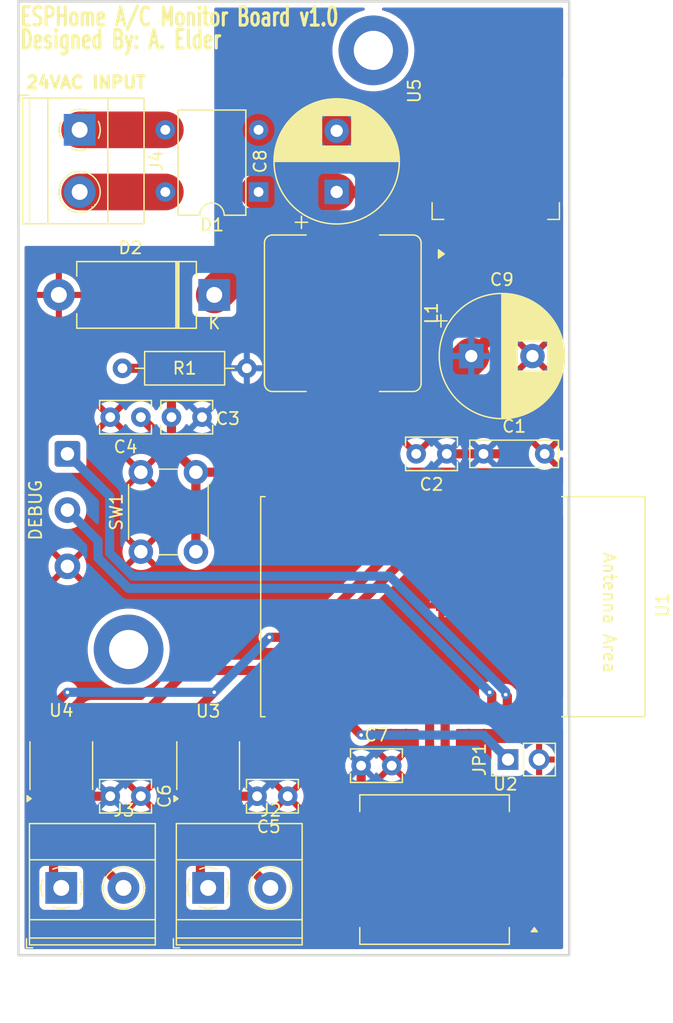
<source format=kicad_pcb>
(kicad_pcb (version 20240108) (generator "pcbnew") (generator_version "8.0")
  (layers (0 "F.Cu" signal) (31 "B.Cu" signal) (34 "B.Paste" user) (35 "F.Paste" user) (36 "B.SilkS" user "B.Silkscreen") (37 "F.SilkS" user "F.Silkscreen") (38 "B.Mask" user) (39 "F.Mask" user) (44 "Edge.Cuts" user))
  (net 0 "")
  (net 1 "+3.3V")
  (net 2 "GND")
  (net 3 "Net-(U1-EN{slash}CHIP_PU)")
  (net 4 "Net-(D1-+)")
  (net 5 "Net-(J4-Pin_1)")
  (net 6 "Net-(J4-Pin_2)")
  (net 7 "Net-(D2-K)")
  (net 8 "Net-(J1-Pin_2)")
  (net 9 "Net-(J1-Pin_1)")
  (net 10 "Net-(J2-Pin_1)")
  (net 11 "Net-(J2-Pin_2)")
  (net 12 "Net-(J3-Pin_2)")
  (net 13 "Net-(J3-Pin_1)")
  (net 14 "Net-(JP1-A)")
  (net 15 "/SDA")
  (net 24 "/SCLK")
  (net 25 "/CS2")
  (net 26 "/MISO")
  (net 27 "/SCL")
  (net 32 "/CS1")
  (footprint "TerminalBlock_Phoenix:TerminalBlock_Phoenix_MKDS-1,5-2-5.08_1x02_P5.08mm_Horizontal" (layer "F.Cu") (at 37 32.5 -90)
    (property "Reference" "J4" (at 2.54 -6.26 90) (layer "F.SilkS"))
    (property "Value" "24VAC_SUPPLY")
    (pad "1" thru_hole rect (at 0 0 270) (size 2.6 2.6) (drill 1.3) (layers "*.Cu" "*.Mask") (net 5 "Net-(J4-Pin_1)"))
    (pad "2" thru_hole circle (at 5.08 0 270) (size 2.6 2.6) (drill 1.3) (layers "*.Cu" "*.Mask") (net 6 "Net-(J4-Pin_2)"))
  )
  (footprint "Diode_THT:D_DO-201_P12.70mm_Horizontal" (layer "F.Cu") (at 48 46 180)
    (property "Reference" "D2" (at 6.85 3.855 360) (layer "F.SilkS"))
    (property "Value" "MBR360")
    (fp_text user "K" (at 0 -2.3 360) (layer "F.SilkS"))
    (pad "1" thru_hole rect (at 0 0 180) (size 2.6 2.6) (drill 1.3) (layers "*.Cu" "*.Mask") (net 7 "Net-(D2-K)"))
    (pad "2" thru_hole oval (at 12.7 0 180) (size 2.6 2.6) (drill 1.3) (layers "*.Cu" "*.Mask") (net 2 "GND"))
  )
  (footprint "Package_SO:SOIC-8_3.9x4.9mm_P1.27mm" (layer "F.Cu") (at 47.5 84.5 90)
    (property "Reference" "U3" (at 4.445 0 180) (layer "F.SilkS"))
    (property "Value" "MAX31855KASA" (hide yes))
    (pad "1" smd roundrect (at -2.475 -1.905 90) (size 1.95 0.6) (layers "F.Cu" "F.Paste" "F.Mask") (net 2 "GND"))
    (pad "2" smd roundrect (at -2.475 -0.635 90) (size 1.95 0.6) (layers "F.Cu" "F.Paste" "F.Mask") (net 10 "Net-(J2-Pin_1)"))
    (pad "3" smd roundrect (at -2.475 0.635 90) (size 1.95 0.6) (layers "F.Cu" "F.Paste" "F.Mask") (net 11 "Net-(J2-Pin_2)"))
    (pad "4" smd roundrect (at -2.475 1.905 90) (size 1.95 0.6) (layers "F.Cu" "F.Paste" "F.Mask") (net 1 "+3.3V"))
    (pad "5" smd roundrect (at 2.475 1.905 90) (size 1.95 0.6) (layers "F.Cu" "F.Paste" "F.Mask") (net 24 "/SCLK"))
    (pad "6" smd roundrect (at 2.475 0.635 90) (size 1.95 0.6) (layers "F.Cu" "F.Paste" "F.Mask") (net 25 "/CS2"))
    (pad "7" smd roundrect (at 2.475 -0.635 90) (size 1.95 0.6) (layers "F.Cu" "F.Paste" "F.Mask") (net 26 "/MISO"))
    (pad "8" smd roundrect (at 2.475 -1.905 90) (size 1.95 0.6) (layers "F.Cu" "F.Paste" "F.Mask"))
  )
  (footprint "Package_TO_SOT_SMD:TO-263-5_TabPin3" (layer "F.Cu") (at 71 35 90)
    (property "Reference" "U5" (at 5.685 -6.65 90) (layer "F.SilkS"))
    (property "Value" "LM2576S-3.3")
    (pad "1" smd roundrect (at -7.65 -3.4 90) (size 4.6 1.1) (layers "F.Cu" "F.Paste" "F.Mask") (roundrect_rratio 0.227273) (net 4 "Net-(D1-+)"))
    (pad "2" smd roundrect (at -7.65 -1.7 90) (size 4.6 1.1) (layers "F.Cu" "F.Paste" "F.Mask") (roundrect_rratio 0.227273) (net 7 "Net-(D2-K)"))
    (pad "3" smd roundrect (at -7.65 0 90) (size 4.6 1.1) (layers "F.Cu" "F.Paste" "F.Mask") (roundrect_rratio 0.227273) (net 2 "GND"))
    (pad "3" smd roundrect (at -0.925 -2.775 90) (size 4.55 5.25) (layers "F.Cu" "F.Paste") (roundrect_rratio 0.054945) (net 2 "GND"))
    (pad "3" smd roundrect (at -0.925 2.775 90) (size 4.55 5.25) (layers "F.Cu" "F.Paste") (roundrect_rratio 0.054945) (net 2 "GND"))
    (pad "3" smd roundrect (at 1.5 0 90) (size 9.4 10.8) (layers "F.Cu" "F.Mask") (roundrect_rratio 0.026596) (net 2 "GND"))
    (pad "3" smd roundrect (at 3.925 -2.775 90) (size 4.55 5.25) (layers "F.Cu" "F.Paste") (roundrect_rratio 0.054945) (net 2 "GND"))
    (pad "3" smd roundrect (at 3.925 2.775 90) (size 4.55 5.25) (layers "F.Cu" "F.Paste") (roundrect_rratio 0.054945) (net 2 "GND"))
    (pad "4" smd roundrect (at -7.65 1.7 90) (size 4.6 1.1) (layers "F.Cu" "F.Paste" "F.Mask") (roundrect_rratio 0.227273) (net 1 "+3.3V"))
    (pad "5" smd roundrect (at -7.65 3.4 90) (size 4.6 1.1) (layers "F.Cu" "F.Paste" "F.Mask") (roundrect_rratio 0.227273) (net 2 "GND"))
  )
  (footprint "Capacitor_THT:CP_Radial_D10.0mm_P5.00mm" (layer "F.Cu") (at 69 51)
    (property "Reference" "C9" (at 2.5 -6.25 360) (layer "F.SilkS"))
    (property "Value" "500uF")
    (pad "1" thru_hole rect (at 0 0) (size 2 2) (drill 1) (layers "*.Cu" "*.Mask") (net 1 "+3.3V"))
    (pad "2" thru_hole circle (at 5 0) (size 2 2) (drill 1) (layers "*.Cu" "*.Mask") (net 2 "GND"))
  )
  (footprint "TerminalBlock_Phoenix:TerminalBlock_Phoenix_MKDS-1,5-2-5.08_1x02_P5.08mm_Horizontal" (layer "F.Cu") (at 47.5 94.5)
    (property "Reference" "J2" (at 5.125 -6.35 0) (layer "F.SilkS"))
    (property "Value" "T/C_1")
    (pad "1" thru_hole rect (at 0 0) (size 2.6 2.6) (drill 1.3) (layers "*.Cu" "*.Mask") (net 10 "Net-(J2-Pin_1)"))
    (pad "2" thru_hole circle (at 5.08 0) (size 2.6 2.6) (drill 1.3) (layers "*.Cu" "*.Mask") (net 11 "Net-(J2-Pin_2)"))
  )
  (footprint "Capacitor_THT:C_Rect_L4.0mm_W2.5mm_P2.50mm" (layer "F.Cu") (at 39.5 56)
    (property "Reference" "C4" (at 1.25 2.43 0) (layer "F.SilkS"))
    (property "Value" "0.1uF")
    (pad "1" thru_hole circle (at 0 0) (size 1.6 1.6) (drill 0.8) (layers "*.Cu" "*.Mask") (net 2 "GND"))
    (pad "2" thru_hole circle (at 2.5 0) (size 1.6 1.6) (drill 0.8) (layers "*.Cu" "*.Mask") (net 3 "Net-(U1-EN{slash}CHIP_PU)"))
  )
  (footprint "Capacitor_THT:C_Rect_L4.0mm_W2.5mm_P2.50mm" (layer "F.Cu") (at 67 59 180)
    (property "Reference" "C2" (at 1.25 -2.5 360) (layer "F.SilkS"))
    (property "Value" "0.1uF")
    (pad "1" thru_hole circle (at 0 0 180) (size 1.6 1.6) (drill 0.8) (layers "*.Cu" "*.Mask") (net 1 "+3.3V"))
    (pad "2" thru_hole circle (at 2.5 0 180) (size 1.6 1.6) (drill 0.8) (layers "*.Cu" "*.Mask") (net 2 "GND"))
  )
  (footprint "Package_SO:SOIC-8_3.9x4.9mm_P1.27mm" (layer "F.Cu") (at 35.5 84.5 90)
    (property "Reference" "U4" (at 4.51 0 180) (layer "F.SilkS"))
    (property "Value" "MAX31855KASA" (hide yes))
    (pad "1" smd roundrect (at -2.475 -1.905 90) (size 1.95 0.6) (layers "F.Cu" "F.Paste" "F.Mask") (net 2 "GND"))
    (pad "2" smd roundrect (at -2.475 -0.635 90) (size 1.95 0.6) (layers "F.Cu" "F.Paste" "F.Mask") (net 13 "Net-(J3-Pin_1)"))
    (pad "3" smd roundrect (at -2.475 0.635 90) (size 1.95 0.6) (layers "F.Cu" "F.Paste" "F.Mask") (net 12 "Net-(J3-Pin_2)"))
    (pad "4" smd roundrect (at -2.475 1.905 90) (size 1.95 0.6) (layers "F.Cu" "F.Paste" "F.Mask") (net 1 "+3.3V"))
    (pad "5" smd roundrect (at 2.475 1.905 90) (size 1.95 0.6) (layers "F.Cu" "F.Paste" "F.Mask") (net 24 "/SCLK"))
    (pad "6" smd roundrect (at 2.475 0.635 90) (size 1.95 0.6) (layers "F.Cu" "F.Paste" "F.Mask") (net 32 "/CS1"))
    (pad "7" smd roundrect (at 2.475 -0.635 90) (size 1.95 0.6) (layers "F.Cu" "F.Paste" "F.Mask") (net 26 "/MISO"))
    (pad "8" smd roundrect (at 2.475 -1.905 90) (size 1.95 0.6) (layers "F.Cu" "F.Paste" "F.Mask"))
  )
  (footprint "Button_Switch_THT:SW_PUSH_6mm" (layer "F.Cu") (at 42 67 90)
    (property "Reference" "SW1" (at 3.25 -2 90) (layer "F.SilkS"))
    (property "Value" "RESET")
    (pad "1" thru_hole circle (at 0 0 180) (size 2 2) (drill 1.1) (layers "*.Cu" "*.Mask") (net 2 "GND"))
    (pad "1" thru_hole circle (at 6.5 0 180) (size 2 2) (drill 1.1) (layers "*.Cu" "*.Mask") (net 2 "GND"))
    (pad "2" thru_hole circle (at 0 4.5 180) (size 2 2) (drill 1.1) (layers "*.Cu" "*.Mask") (net 3 "Net-(U1-EN{slash}CHIP_PU)"))
    (pad "2" thru_hole circle (at 6.5 4.5 180) (size 2 2) (drill 1.1) (layers "*.Cu" "*.Mask") (net 3 "Net-(U1-EN{slash}CHIP_PU)"))
  )
  (footprint "Capacitor_THT:C_Rect_L7.0mm_W2.0mm_P5.00mm" (layer "F.Cu") (at 70 59)
    (property "Reference" "C1" (at 2.5 -2.25 360) (layer "F.SilkS"))
    (property "Value" "22uF")
    (pad "1" thru_hole circle (at 0 0) (size 1.6 1.6) (drill 0.8) (layers "*.Cu" "*.Mask") (net 1 "+3.3V"))
    (pad "2" thru_hole circle (at 5 0) (size 1.6 1.6) (drill 0.8) (layers "*.Cu" "*.Mask") (net 2 "GND"))
  )
  (footprint "MountingHole:MountingHole_3.2mm_M3_ISO7380_Pad" (layer "F.Cu") (at 61 26)
    (property "Reference" "REF**" (hide yes))
    (property "Value" "MountingHole_3.2mm_M3_ISO7380_Pad" (hide yes))
    (pad "1" thru_hole circle (at 0 0) (size 5.7 5.7) (drill 3.2) (layers "*.Cu" "*.Mask"))
  )
  (footprint "Inductor_SMD:L_Bourns_SRR1260" (layer "F.Cu") (at 58.5 47.5 -90)
    (property "Reference" "L1" (at 0 -7.25 90) (layer "F.SilkS"))
    (property "Value" "330uH")
    (pad "1" smd rect (at -4.85 0 270) (size 2.9 5.4) (layers "F.Cu" "F.Paste" "F.Mask") (net 7 "Net-(D2-K)"))
    (pad "2" smd rect (at 4.85 0 270) (size 2.9 5.4) (layers "F.Cu" "F.Paste" "F.Mask") (net 1 "+3.3V"))
  )
  (footprint "Connector_PinHeader_2.54mm:PinHeader_1x02_P2.54mm_Vertical" (layer "F.Cu") (at 72 84 90)
    (property "Reference" "JP1" (at 0 -2.33 90) (layer "F.SilkS"))
    (property "Value" "BOOT_SEL")
    (pad "1" thru_hole rect (at 0 0 90) (size 1.7 1.7) (drill 1) (layers "*.Cu" "*.Mask") (net 14 "Net-(JP1-A)"))
    (pad "2" thru_hole oval (at 0 2.54 90) (size 1.7 1.7) (drill 1) (layers "*.Cu" "*.Mask") (net 2 "GND"))
  )
  (footprint "Capacitor_THT:CP_Radial_D10.0mm_P5.00mm" (layer "F.Cu") (at 58 37.58 90)
    (property "Reference" "C8" (at 2.5 -6.25 90) (layer "F.SilkS"))
    (property "Value" "300uF")
    (pad "1" thru_hole rect (at 0 0 90) (size 2 2) (drill 1) (layers "*.Cu" "*.Mask") (net 4 "Net-(D1-+)"))
    (pad "2" thru_hole circle (at 5 0 90) (size 2 2) (drill 1) (layers "*.Cu" "*.Mask") (net 2 "GND"))
  )
  (footprint "Diode_THT:Diode_Bridge_DIP-4_W7.62mm_P5.08mm" (layer "F.Cu") (at 51.62 37.58 180)
    (property "Reference" "D1" (at 3.8 -2.7 360) (layer "F.SilkS"))
    (property "Value" "DF01M")
    (pad "1" thru_hole rect (at 0 0 180) (size 1.6 1.6) (drill 0.8) (layers "*.Cu" "*.Mask") (net 4 "Net-(D1-+)"))
    (pad "2" thru_hole oval (at 0 5.08 180) (size 1.6 1.6) (drill 0.8) (layers "*.Cu" "*.Mask") (net 2 "GND"))
    (pad "3" thru_hole oval (at 7.62 5.08 180) (size 1.6 1.6) (drill 0.8) (layers "*.Cu" "*.Mask") (net 5 "Net-(J4-Pin_1)"))
    (pad "4" thru_hole oval (at 7.62 0 180) (size 1.6 1.6) (drill 0.8) (layers "*.Cu" "*.Mask") (net 6 "Net-(J4-Pin_2)"))
  )
  (footprint "TerminalBlock_Phoenix:TerminalBlock_Phoenix_MKDS-1,5-2-5.08_1x02_P5.08mm_Horizontal" (layer "F.Cu") (at 35.5 94.5)
    (property "Reference" "J3" (at 5.125 -6.35 0) (layer "F.SilkS"))
    (property "Value" "T/C_2")
    (pad "1" thru_hole rect (at 0 0) (size 2.6 2.6) (drill 1.3) (layers "*.Cu" "*.Mask") (net 13 "Net-(J3-Pin_1)"))
    (pad "2" thru_hole circle (at 5.08 0) (size 2.6 2.6) (drill 1.3) (layers "*.Cu" "*.Mask") (net 12 "Net-(J3-Pin_2)"))
  )
  (footprint "Capacitor_THT:C_Rect_L4.0mm_W2.5mm_P2.50mm" (layer "F.Cu") (at 51.5 87)
    (property "Reference" "C5" (at 0.945 2.5 360) (layer "F.SilkS"))
    (property "Value" "1uF")
    (pad "1" thru_hole circle (at 0 0) (size 1.6 1.6) (drill 0.8) (layers "*.Cu" "*.Mask") (net 1 "+3.3V"))
    (pad "2" thru_hole circle (at 2.5 0) (size 1.6 1.6) (drill 0.8) (layers "*.Cu" "*.Mask") (net 2 "GND"))
  )
  (footprint "Sensor_Pressure:CFSensor_XGZP6899x" (layer "F.Cu") (at 66 93 180)
    (property "Reference" "U2" (at -5.79 6.985 360) (layer "F.SilkS"))
    (property "Value" "XGZP6899D" (hide yes))
    (pad "1" smd roundrect (at -8.2 -3.81 180) (size 2.4 1.35) (layers "F.Cu" "F.Paste" "F.Mask") (roundrect_rratio 0.185185))
    (pad "2" smd roundrect (at -8.2 -1.27 180) (size 2.4 1.35) (layers "F.Cu" "F.Paste" "F.Mask") (roundrect_rratio 0.185185) (net 2 "GND"))
    (pad "3" smd roundrect (at -8.2 1.27 180) (size 2.4 1.35) (layers "F.Cu" "F.Paste" "F.Mask") (roundrect_rratio 0.185185) (net 27 "/SCL"))
    (pad "4" smd roundrect (at -8.2 3.81 180) (size 2.4 1.35) (layers "F.Cu" "F.Paste" "F.Mask") (roundrect_rratio 0.185185) (net 15 "/SDA"))
    (pad "5" smd roundrect (at 8.2 3.81 180) (size 2.4 1.35) (layers "F.Cu" "F.Paste" "F.Mask") (roundrect_rratio 0.185185))
    (pad "6" smd roundrect (at 8.2 1.27 180) (size 2.4 1.35) (layers "F.Cu" "F.Paste" "F.Mask") (roundrect_rratio 0.185185) (net 1 "+3.3V"))
    (pad "7" smd roundrect (at 8.2 -1.27 180) (size 2.4 1.35) (layers "F.Cu" "F.Paste" "F.Mask") (roundrect_rratio 0.185185))
    (pad "8" smd roundrect (at 8.2 -3.81 180) (size 2.4 1.35) (layers "F.Cu" "F.Paste" "F.Mask") (roundrect_rratio 0.185185))
  )
  (footprint "MountingHole:MountingHole_3.2mm_M3_ISO7380_Pad" (layer "F.Cu") (at 41 75)
    (property "Reference" "REF**" (hide yes))
    (property "Value" "MountingHole_3.2mm_M3_ISO7380_Pad" (hide yes))
    (pad "1" thru_hole circle (at 0 0) (size 5.7 5.7) (drill 3.2) (layers "*.Cu" "*.Mask"))
  )
  (footprint "Capacitor_THT:C_Rect_L4.0mm_W2.5mm_P2.50mm" (layer "F.Cu") (at 60 84.5)
    (property "Reference" "C7" (at 1.25 -2.5 360) (layer "F.SilkS"))
    (property "Value" "1uF")
    (pad "1" thru_hole circle (at 0 0) (size 1.6 1.6) (drill 0.8) (layers "*.Cu" "*.Mask") (net 1 "+3.3V"))
    (pad "2" thru_hole circle (at 2.5 0) (size 1.6 1.6) (drill 0.8) (layers "*.Cu" "*.Mask") (net 2 "GND"))
  )
  (footprint "Capacitor_THT:C_Rect_L4.0mm_W2.5mm_P2.50mm" (layer "F.Cu") (at 44.5 56)
    (property "Reference" "C3" (at 4.62 0.12 360) (layer "F.SilkS"))
    (property "Value" "1uF")
    (pad "1" thru_hole circle (at 0 0) (size 1.6 1.6) (drill 0.8) (layers "*.Cu" "*.Mask") (net 3 "Net-(U1-EN{slash}CHIP_PU)"))
    (pad "2" thru_hole circle (at 2.5 0) (size 1.6 1.6) (drill 0.8) (layers "*.Cu" "*.Mask") (net 1 "+3.3V"))
  )
  (footprint "Connector_Wire:SolderWire-0.5sqmm_1x03_P4.6mm_D0.9mm_OD2.1mm" (layer "F.Cu") (at 36 59 -90)
    (property "Reference" "J1" (hide yes))
    (property "Value" "DEBUG" (at 4.6 2.605 90) (layer "F.SilkS"))
    (pad "1" thru_hole roundrect (at 0 0 270) (size 2.1 2.1) (drill 1.1) (layers "*.Cu" "*.Mask") (roundrect_rratio 0.119048) (net 9 "Net-(J1-Pin_1)"))
    (pad "2" thru_hole circle (at 4.6 0 270) (size 2.1 2.1) (drill 1.1) (layers "*.Cu" "*.Mask") (net 8 "Net-(J1-Pin_2)"))
    (pad "3" thru_hole circle (at 9.2 0 270) (size 2.1 2.1) (drill 1.1) (layers "*.Cu" "*.Mask") (net 2 "GND"))
  )
  (footprint "PCM_Espressif:ESP32-WROVER-E" (layer "F.Cu") (at 67.5 71.5 -90)
    (property "Reference" "U1" (at -0.14 -17.145 90) (layer "F.SilkS"))
    (property "Value" "ESP32-WROVER-E")
    (fp_text user "Antenna Area" (at 0.5 -12.795 -90) (layer "F.SilkS"))
    (pad "1" smd rect (at -8.75 -8.255 270) (size 1.5 0.9) (layers "F.Cu" "F.Paste" "F.Mask") (net 2 "GND"))
    (pad "2" smd rect (at -8.75 -6.985 270) (size 1.5 0.9) (layers "F.Cu" "F.Paste" "F.Mask") (net 1 "+3.3V"))
    (pad "3" smd rect (at -8.75 -5.715 270) (size 1.5 0.9) (layers "F.Cu" "F.Paste" "F.Mask") (net 3 "Net-(U1-EN{slash}CHIP_PU)"))
    (pad "4" smd rect (at -8.75 -4.445 270) (size 1.5 0.9) (layers "F.Cu" "F.Paste" "F.Mask"))
    (pad "5" smd rect (at -8.75 -3.175 270) (size 1.5 0.9) (layers "F.Cu" "F.Paste" "F.Mask"))
    (pad "6" smd rect (at -8.75 -1.905 270) (size 1.5 0.9) (layers "F.Cu" "F.Paste" "F.Mask"))
    (pad "7" smd rect (at -8.75 -0.635 270) (size 1.5 0.9) (layers "F.Cu" "F.Paste" "F.Mask"))
    (pad "8" smd rect (at -8.75 0.635 270) (size 1.5 0.9) (layers "F.Cu" "F.Paste" "F.Mask") (net 24 "/SCLK"))
    (pad "9" smd rect (at -8.75 1.905 270) (size 1.5 0.9) (layers "F.Cu" "F.Paste" "F.Mask") (net 26 "/MISO"))
    (pad "10" smd rect (at -8.75 3.175 270) (size 1.5 0.9) (layers "F.Cu" "F.Paste" "F.Mask"))
    (pad "11" smd rect (at -8.75 4.445 270) (size 1.5 0.9) (layers "F.Cu" "F.Paste" "F.Mask"))
    (pad "12" smd rect (at -8.75 5.715 270) (size 1.5 0.9) (layers "F.Cu" "F.Paste" "F.Mask"))
    (pad "13" smd rect (at -8.75 6.985 270) (size 1.5 0.9) (layers "F.Cu" "F.Paste" "F.Mask"))
    (pad "14" smd rect (at -8.75 8.255 270) (size 1.5 0.9) (layers "F.Cu" "F.Paste" "F.Mask") (net 2 "GND"))
    (pad "15" smd rect (at -8.75 9.525 270) (size 1.5 0.9) (layers "F.Cu" "F.Paste" "F.Mask") (net 2 "GND"))
    (pad "16" smd rect (at -8.75 10.795 270) (size 1.5 0.9) (layers "F.Cu" "F.Paste" "F.Mask"))
    (pad "17" smd rect (at -8.75 12.065 270) (size 1.5 0.9) (layers "F.Cu" "F.Paste" "F.Mask"))
    (pad "18" smd rect (at -8.75 13.335 270) (size 1.5 0.9) (layers "F.Cu" "F.Paste" "F.Mask"))
    (pad "19" smd rect (at -8.75 14.605 270) (size 1.5 0.9) (layers "F.Cu" "F.Paste" "F.Mask"))
    (pad "20" smd rect (at 8.75 14.605 270) (size 1.5 0.9) (layers "F.Cu" "F.Paste" "F.Mask"))
    (pad "21" smd rect (at 8.75 13.335 270) (size 1.5 0.9) (layers "F.Cu" "F.Paste" "F.Mask"))
    (pad "22" smd rect (at 8.75 12.065 270) (size 1.5 0.9) (layers "F.Cu" "F.Paste" "F.Mask"))
    (pad "23" smd rect (at 8.75 10.795 270) (size 1.5 0.9) (layers "F.Cu" "F.Paste" "F.Mask") (net 25 "/CS2"))
    (pad "24" smd rect (at 8.75 9.525 270) (size 1.5 0.9) (layers "F.Cu" "F.Paste" "F.Mask") (net 32 "/CS1"))
    (pad "25" smd rect (at 8.75 8.255 270) (size 1.5 0.9) (layers "F.Cu" "F.Paste" "F.Mask") (net 14 "Net-(JP1-A)"))
    (pad "26" smd rect (at 8.75 6.985 270) (size 1.5 0.9) (layers "F.Cu" "F.Paste" "F.Mask"))
    (pad "27" smd rect (at 8.75 5.715 270) (size 1.5 0.9) (layers "F.Cu" "F.Paste" "F.Mask"))
    (pad "28" smd rect (at 8.75 4.445 270) (size 1.5 0.9) (layers "F.Cu" "F.Paste" "F.Mask"))
    (pad "29" smd rect (at 8.75 3.175 270) (size 1.5 0.9) (layers "F.Cu" "F.Paste" "F.Mask"))
    (pad "30" smd rect (at 8.75 1.905 270) (size 1.5 0.9) (layers "F.Cu" "F.Paste" "F.Mask") (net 27 "/SCL"))
    (pad "31" smd rect (at 8.75 0.635 270) (size 1.5 0.9) (layers "F.Cu" "F.Paste" "F.Mask") (net 15 "/SDA"))
    (pad "32" smd rect (at 8.75 -0.635 270) (size 1.5 0.9) (layers "F.Cu" "F.Paste" "F.Mask"))
    (pad "33" smd rect (at 8.75 -1.905 270) (size 1.5 0.9) (layers "F.Cu" "F.Paste" "F.Mask"))
    (pad "34" smd rect (at 8.75 -3.175 270) (size 1.5 0.9) (layers "F.Cu" "F.Paste" "F.Mask") (net 8 "Net-(J1-Pin_2)"))
    (pad "35" smd rect (at 8.75 -4.445 270) (size 1.5 0.9) (layers "F.Cu" "F.Paste" "F.Mask") (net 9 "Net-(J1-Pin_1)"))
    (pad "36" smd rect (at 8.75 -5.715 270) (size 1.5 0.9) (layers "F.Cu" "F.Paste" "F.Mask"))
    (pad "37" smd rect (at 8.75 -6.985 270) (size 1.5 0.9) (layers "F.Cu" "F.Paste" "F.Mask"))
    (pad "38" smd rect (at 8.75 -8.255 270) (size 1.5 0.9) (layers "F.Cu" "F.Paste" "F.Mask") (net 2 "GND"))
    (pad "39" smd rect (at -2.905 -1.86 270) (size 0.9 0.9) (layers "F.Cu" "F.Paste" "F.Mask") (net 2 "GND"))
    (pad "39" smd rect (at -2.9 -0.46 270) (size 0.9 0.9) (layers "F.Cu" "F.Paste" "F.Mask") (net 2 "GND"))
    (pad "39" smd rect (at -2.9 0.94 270) (size 0.9 0.9) (layers "F.Cu" "F.Paste" "F.Mask") (net 2 "GND"))
    (pad "39" smd rect (at -1.5 -1.86 270) (size 0.9 0.9) (layers "F.Cu" "F.Paste" "F.Mask") (net 2 "GND"))
    (pad "39" smd rect (at -1.5 -0.46 270) (size 0.9 0.9) (layers "F.Cu" "F.Paste" "F.Mask") (net 2 "GND"))
    (pad "39" smd rect (at -1.5 0.94 270) (size 0.9 0.9) (layers "F.Cu" "F.Paste" "F.Mask") (net 2 "GND"))
    (pad "39" smd rect (at -0.1 -1.86 270) (size 0.9 0.9) (layers "F.Cu" "F.Paste" "F.Mask") (net 2 "GND"))
    (pad "39" smd rect (at -0.1 -0.46 270) (size 0.9 0.9) (layers "F.Cu" "F.Paste" "F.Mask") (net 2 "GND"))
    (pad "39" smd rect (at -0.1 0.94 270) (size 0.9 0.9) (layers "F.Cu" "F.Paste" "F.Mask") (net 2 "GND"))
    (zone (net 0) (net_name "") (layers "F&B.Cu") (name "antenna keepout") (connect_pads (clearance 0)) (min_thickness 0.254)
      (keepout (tracks not_allowed) (vias not_allowed) (pads not_allowed) (copperpour not_allowed) (footprints not_allowed))
      (fill (thermal_gap 0.508) (thermal_bridge_width 0.508))
      (polygon (pts (xy 76.895 80.5) (xy 76.895 62.5) (xy 83.195 62.5) (xy 83.195 80.5)))
    )
  )
  (footprint "Capacitor_THT:C_Rect_L4.0mm_W2.5mm_P2.50mm" (layer "F.Cu") (at 39.5 87)
    (property "Reference" "C6" (at 4.425 0 90) (layer "F.SilkS"))
    (property "Value" "1uF")
    (pad "1" thru_hole circle (at 0 0) (size 1.6 1.6) (drill 0.8) (layers "*.Cu" "*.Mask") (net 1 "+3.3V"))
    (pad "2" thru_hole circle (at 2.5 0) (size 1.6 1.6) (drill 0.8) (layers "*.Cu" "*.Mask") (net 2 "GND"))
  )
  (footprint "Resistor_THT:R_Axial_DIN0207_L6.3mm_D2.5mm_P10.16mm_Horizontal" (layer "F.Cu") (at 40.5 52)
    (property "Reference" "R1" (at 5.08 0 0) (layer "F.SilkS"))
    (property "Value" "10k")
    (pad "1" thru_hole circle (at 0 0) (size 1.6 1.6) (drill 0.8) (layers "*.Cu" "*.Mask") (net 3 "Net-(U1-EN{slash}CHIP_PU)"))
    (pad "2" thru_hole oval (at 10.16 0) (size 1.6 1.6) (drill 0.8) (layers "*.Cu" "*.Mask") (net 1 "+3.3V"))
  )
  (gr_rect (start 32 22) (end 77 100) (stroke (width 0.2)) (fill none) (layer "Edge.Cuts"))
  (gr_text "Designed By: A. Elder" (at 32 26 0) (layer "F.SilkS") (effects (font (size 1.5 1) (thickness 0.25) (bold yes)) (justify left bottom)))
  (gr_text "24VAC INPUT" (at 32.5 29.21 0) (layer "F.SilkS") (effects (font (size 1 1) (thickness 0.25) (bold yes)) (justify left bottom)))
  (gr_text "ESPHome A/C Monitor Board v1.0" (at 32 24.13 0) (layer "F.SilkS") (effects (font (size 1.5 1) (thickness 0.25) (bold yes)) (justify left bottom)))
  (segment (start 37.43 87) (end 37.405 86.975) (width 0.75) (layer "F.Cu") (net 1))
  (segment (start 58.15 52) (end 58.5 52.35) (width 1) (layer "F.Cu") (net 1))
  (segment (start 60 90.73) (end 59 91.73) (width 0.75) (layer "F.Cu") (net 1))
  (segment (start 39.5 87) (end 37.43 87) (width 0.75) (layer "F.Cu") (net 1))
  (segment (start 72.7 47.3) (end 72.7 42.65) (width 1) (layer "F.Cu") (net 1))
  (segment (start 67.65 52.35) (end 69 51) (width 3) (layer "F.Cu") (net 1))
  (segment (start 72.235 59) (end 74.485 61.25) (width 0.75) (layer "F.Cu") (net 1))
  (segment (start 62 52.35) (end 67.65 52.35) (width 3) (layer "F.Cu") (net 1))
  (segment (start 49.43 87) (end 49.405 86.975) (width 0.75) (layer "F.Cu") (net 1))
  (segment (start 51.5 87) (end 49.43 87) (width 0.75) (layer "F.Cu") (net 1))
  (segment (start 67 53) (end 67.65 52.35) (width 0.75) (layer "F.Cu") (net 1))
  (segment (start 47 56) (end 47 55.66) (width 0.75) (layer "F.Cu") (net 1))
  (segment (start 74.485 61.25) (end 74.485 62.75) (width 0.75) (layer "F.Cu") (net 1))
  (segment (start 67 59) (end 70 59) (width 0.75) (layer "F.Cu") (net 1))
  (segment (start 60 84.5) (end 60 90.73) (width 0.75) (layer "F.Cu") (net 1))
  (segment (start 70 59) (end 72.235 59) (width 0.75) (layer "F.Cu") (net 1))
  (segment (start 59 91.73) (end 57.8 91.73) (width 0.75) (layer "F.Cu") (net 1))
  (segment (start 58.5 52.35) (end 62 52.35) (width 3) (layer "F.Cu") (net 1))
  (segment (start 69 51) (end 72.7 47.3) (width 1) (layer "F.Cu") (net 1))
  (segment (start 57.92 32.5) (end 58 32.58) (width 3) (layer "F.Cu") (net 2))
  (segment (start 51.62 32.5) (end 57.92 32.5) (width 3) (layer "F.Cu") (net 2))
  (segment (start 73.215 61.67) (end 73.215 62.75) (width 0.75) (layer "F.Cu") (net 3))
  (segment (start 46.5 60.5) (end 46.5 67) (width 0.75) (layer "F.Cu") (net 3))
  (segment (start 44.5 56) (end 44.5 58.5) (width 0.75) (layer "F.Cu") (net 3))
  (segment (start 42 56) (end 46.5 60.5) (width 0.75) (layer "F.Cu") (net 3))
  (segment (start 44.5 53.5) (end 44.5 56) (width 0.75) (layer "F.Cu") (net 3))
  (segment (start 43 52) (end 44.5 53.5) (width 0.75) (layer "F.Cu") (net 3))
  (segment (start 40.5 52) (end 43 52) (width 0.75) (layer "F.Cu") (net 3))
  (segment (start 44.5 58.5) (end 46.5 60.5) (width 0.75) (layer "F.Cu") (net 3))
  (segment (start 72.045 60.5) (end 73.215 61.67) (width 0.75) (layer "F.Cu") (net 3))
  (segment (start 46.5 60.5) (end 72.045 60.5) (width 0.75) (layer "F.Cu") (net 3))
  (segment (start 51.62 37.58) (end 58 37.58) (width 3) (layer "F.Cu") (net 4))
  (segment (start 67.6 41.6) (end 63.58 37.58) (width 1) (layer "F.Cu") (net 4))
  (segment (start 67.6 42.65) (end 67.6 41.6) (width 1) (layer "F.Cu") (net 4))
  (segment (start 63.58 37.58) (end 58 37.58) (width 1) (layer "F.Cu") (net 4))
  (segment (start 37 32.5) (end 44 32.5) (width 3) (layer "F.Cu") (net 5))
  (segment (start 37 37.58) (end 44 37.58) (width 3) (layer "F.Cu") (net 6))
  (segment (start 48 46) (end 51.5 42.5) (width 3) (layer "F.Cu") (net 7))
  (segment (start 66 47) (end 67.5 47) (width 1) (layer "F.Cu") (net 7))
  (segment (start 61.65 42.65) (end 66 47) (width 1) (layer "F.Cu") (net 7))
  (segment (start 51.5 42.5) (end 58.35 42.5) (width 3) (layer "F.Cu") (net 7))
  (segment (start 58.5 42.65) (end 61.65 42.65) (width 1) (layer "F.Cu") (net 7))
  (segment (start 67.5 47) (end 69.3 45.2) (width 1) (layer "F.Cu") (net 7))
  (segment (start 69.3 45.2) (end 69.3 42.65) (width 1) (layer "F.Cu") (net 7))
  (segment (start 70.675 80.25) (end 70.675 78.675) (width 0.75) (layer "F.Cu") (net 8))
  (segment (start 70.675 78.675) (end 70.5 78.5) (width 0.75) (layer "F.Cu") (net 8))
  (via (at 70.5 78.5) (size 0.6) (drill 0.3) (layers "F.Cu" "B.Cu") (net 8))
  (segment (start 41 70) (end 38.5 67.5) (width 0.75) (layer "B.Cu") (net 8))
  (segment (start 38.5 67.5) (end 38.5 66.1) (width 0.75) (layer "B.Cu") (net 8))
  (segment (start 62 70) (end 41 70) (width 0.75) (layer "B.Cu") (net 8))
  (segment (start 38.5 66.1) (end 36 63.6) (width 0.75) (layer "B.Cu") (net 8))
  (segment (start 70.5 78.5) (end 62 70) (width 0.75) (layer "B.Cu") (net 8))
  (segment (start 71.945 80.25) (end 71.945 78.823502) (width 0.75) (layer "F.Cu") (net 9))
  (segment (start 71.945 78.823502) (end 71.810749 78.689251) (width 0.75) (layer "F.Cu") (net 9))
  (via (at 71.810749 78.689251) (size 0.6) (drill 0.3) (layers "F.Cu" "B.Cu") (net 9))
  (segment (start 62.343503 69) (end 41.343502 69) (width 0.75) (layer "B.Cu") (net 9))
  (segment (start 71.810749 78.689251) (end 71.810749 78.467246) (width 0.75) (layer "B.Cu") (net 9))
  (segment (start 39.45 62.45) (end 36 59) (width 0.75) (layer "B.Cu") (net 9))
  (segment (start 41.343502 69) (end 39.45 67.106498) (width 0.75) (layer "B.Cu") (net 9))
  (segment (start 71.810749 78.467246) (end 62.343503 69) (width 0.75) (layer "B.Cu") (net 9))
  (segment (start 39.45 67.106498) (end 39.45 62.45) (width 0.75) (layer "B.Cu") (net 9))
  (segment (start 46.865 93.865) (end 47.5 94.5) (width 0.75) (layer "F.Cu") (net 10))
  (segment (start 46.865 86.975) (end 46.865 93.865) (width 0.75) (layer "F.Cu") (net 10))
  (segment (start 48.135 90.055) (end 52.58 94.5) (width 0.75) (layer "F.Cu") (net 11))
  (segment (start 48.135 86.975) (end 48.135 90.055) (width 0.75) (layer "F.Cu") (net 11))
  (segment (start 36.135 86.975) (end 36.135 90.055) (width 0.75) (layer "F.Cu") (net 12))
  (segment (start 36.135 90.055) (end 40.58 94.5) (width 0.75) (layer "F.Cu") (net 12))
  (segment (start 34.865 86.975) (end 34.865 93.865) (width 0.75) (layer "F.Cu") (net 13))
  (segment (start 34.865 93.865) (end 35.5 94.5) (width 0.75) (layer "F.Cu") (net 13))
  (segment (start 59.245 81.245) (end 59.245 80.25) (width 0.75) (layer "F.Cu") (net 14))
  (segment (start 60 82) (end 59.245 81.245) (width 0.75) (layer "F.Cu") (net 14))
  (via (at 60 82) (size 0.6) (drill 0.3) (layers "F.Cu" "B.Cu") (net 14))
  (segment (start 70 82) (end 60 82) (width 0.75) (layer "B.Cu") (net 14))
  (segment (start 72 84) (end 70 82) (width 0.75) (layer "B.Cu") (net 14))
  (segment (start 66.865 83.365) (end 72.69 89.19) (width 0.75) (layer "F.Cu") (net 15))
  (segment (start 72.69 89.19) (end 74.2 89.19) (width 0.75) (layer "F.Cu") (net 15))
  (segment (start 66.865 80.25) (end 66.865 83.365) (width 0.75) (layer "F.Cu") (net 15))
  (segment (start 73.494848 89.19) (end 74.7 89.19) (width 0.75) (layer "F.Cu") (net 15))
  (segment (start 54.4025 76.7125) (end 50.5 76.7125) (width 0.75) (layer "F.Cu") (net 24))
  (segment (start 50.5 76.7125) (end 45.7875 76.7125) (width 0.75) (layer "F.Cu") (net 24))
  (segment (start 38 80) (end 37.405 80.595) (width 0.75) (layer "F.Cu") (net 24))
  (segment (start 37.405 80.595) (end 37.405 82.025) (width 0.75) (layer "F.Cu") (net 24))
  (segment (start 66.865 64.25) (end 54.4025 76.7125) (width 0.75) (layer "F.Cu") (net 24))
  (segment (start 45.7875 76.7125) (end 42.5 80) (width 0.75) (layer "F.Cu") (net 24))
  (segment (start 49.405 80.02) (end 52.7125 76.7125) (width 0.75) (layer "F.Cu") (net 24))
  (segment (start 49.405 82.025) (end 49.405 80.02) (width 0.75) (layer "F.Cu") (net 24))
  (segment (start 52.7125 76.7125) (end 54.4025 76.7125) (width 0.75) (layer "F.Cu") (net 24))
  (segment (start 52.7125 76.7125) (end 50.5 76.7125) (width 0.75) (layer "F.Cu") (net 24))
  (segment (start 66.865 62.75) (end 66.865 64.25) (width 0.75) (layer "F.Cu") (net 24))
  (segment (start 42.5 80) (end 38 80) (width 0.75) (layer "F.Cu") (net 24))
  (segment (start 54.46 83.575) (end 48.95054 83.575) (width 0.75) (layer "F.Cu") (net 25))
  (segment (start 48.135 82.75946) (end 48.135 82.025) (width 0.75) (layer "F.Cu") (net 25))
  (segment (start 56.705 81.33) (end 54.46 83.575) (width 0.75) (layer "F.Cu") (net 25))
  (segment (start 48.95054 83.575) (end 48.135 82.75946) (width 0.75) (layer "F.Cu") (net 25))
  (segment (start 56.705 80.25) (end 56.705 81.33) (width 0.75) (layer "F.Cu") (net 25))
  (segment (start 34.865 79.635) (end 36 78.5) (width 0.75) (layer "F.Cu") (net 26))
  (segment (start 65.595 63.83) (end 65.595 62.75) (width 0.75) (layer "F.Cu") (net 26))
  (segment (start 34.865 82.025) (end 34.865 79.635) (width 0.75) (layer "F.Cu") (net 26))
  (segment (start 52.5 74) (end 55.425 74) (width 0.75) (layer "F.Cu") (net 26))
  (segment (start 55.425 74) (end 65.595 63.83) (width 0.75) (layer "F.Cu") (net 26))
  (segment (start 46.865 79.635) (end 48 78.5) (width 0.75) (layer "F.Cu") (net 26))
  (segment (start 46.865 82.025) (end 46.865 79.635) (width 0.75) (layer "F.Cu") (net 26))
  (via (at 48 78.5) (size 0.6) (drill 0.3) (layers "F.Cu" "B.Cu") (net 26))
  (via (at 36 78.5) (size 0.6) (drill 0.3) (layers "F.Cu" "B.Cu") (net 26))
  (via (at 52.5 74) (size 0.6) (drill 0.3) (layers "F.Cu" "B.Cu") (net 26))
  (segment (start 48 78.5) (end 52.5 74) (width 0.75) (layer "B.Cu") (net 26))
  (segment (start 36 78.5) (end 48 78.5) (width 0.75) (layer "B.Cu") (net 26))
  (segment (start 73 91.73) (end 74.2 91.73) (width 0.75) (layer "F.Cu") (net 27))
  (segment (start 65.595 84.325) (end 73 91.73) (width 0.75) (layer "F.Cu") (net 27))
  (segment (start 65.595 80.25) (end 65.595 84.325) (width 0.75) (layer "F.Cu") (net 27))
  (segment (start 74.691346 91.73) (end 74.7 91.73) (width 0.75) (layer "F.Cu") (net 27))
  (segment (start 54.853503 84.525) (end 37.265 84.525) (width 0.75) (layer "F.Cu") (net 32))
  (segment (start 57.975 81.403503) (end 54.853503 84.525) (width 0.75) (layer "F.Cu") (net 32))
  (segment (start 57.975 80.25) (end 57.975 81.403503) (width 0.75) (layer "F.Cu") (net 32))
  (segment (start 37.265 84.525) (end 36.135 83.395) (width 0.75) (layer "F.Cu") (net 32))
  (segment (start 36.135 83.395) (end 36.135 82.025) (width 0.75) (layer "F.Cu") (net 32))
  (zone (net 2) (net_name "GND") (layer "F.Cu") (connect_pads (clearance 0.5)) (min_thickness 0.25) (fill yes (thermal_gap 0.5) (thermal_bridge_width 0.5))
    (polygon (pts (xy 77 22) (xy 48 22) (xy 48 42) (xy 32 42) (xy 32 100) (xy 77 100)))
  )
  (zone (net 1) (net_name "+3.3V") (layer "B.Cu") (priority 1) (connect_pads (clearance 0.5)) (min_thickness 0.25) (fill yes (thermal_gap 0.5) (thermal_bridge_width 0.5))
    (polygon (pts (xy 77 22) (xy 48 22) (xy 48 42) (xy 32 42) (xy 32 100) (xy 77 100)))
  )
)
</source>
